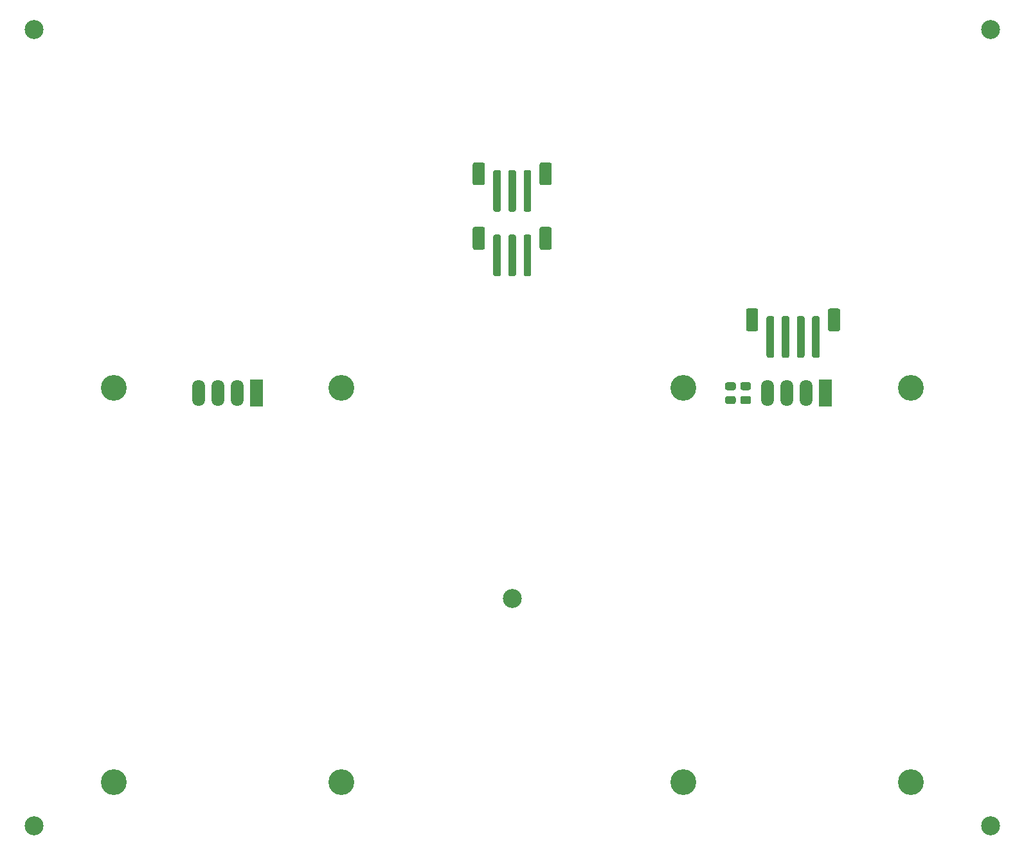
<source format=gbs>
G04 #@! TF.GenerationSoftware,KiCad,Pcbnew,8.0.4+1*
G04 #@! TF.CreationDate,2024-10-09T09:07:17+00:00*
G04 #@! TF.ProjectId,pedalboard-display,70656461-6c62-46f6-9172-642d64697370,0.0.0-RC1*
G04 #@! TF.SameCoordinates,Original*
G04 #@! TF.FileFunction,Soldermask,Bot*
G04 #@! TF.FilePolarity,Negative*
%FSLAX46Y46*%
G04 Gerber Fmt 4.6, Leading zero omitted, Abs format (unit mm)*
G04 Created by KiCad (PCBNEW 8.0.4+1) date 2024-10-09 09:07:17*
%MOMM*%
%LPD*%
G01*
G04 APERTURE LIST*
%ADD10C,2.500000*%
%ADD11C,3.400000*%
%ADD12R,1.700000X3.600000*%
%ADD13O,1.700000X3.500000*%
G04 APERTURE END LIST*
D10*
X170000000Y-133000000D03*
X170000000Y-28000000D03*
D11*
X54500000Y-75200000D03*
X54500000Y-127200000D03*
X84500000Y-75200000D03*
X84500000Y-127200000D03*
D12*
X73288000Y-75872800D03*
D13*
X70748000Y-75872800D03*
X68208000Y-75872800D03*
X65668000Y-75872800D03*
D10*
X44000000Y-133000000D03*
X107000000Y-103000000D03*
X44000000Y-28000000D03*
D11*
X129500000Y-75200000D03*
X129500000Y-127200000D03*
X159500000Y-75200000D03*
X159500000Y-127200000D03*
D12*
X148288000Y-75872800D03*
D13*
X145748000Y-75872800D03*
X143208000Y-75872800D03*
X140668000Y-75872800D03*
G36*
G01*
X136200000Y-77337500D02*
X135300000Y-77337500D01*
G75*
G02*
X135050000Y-77087500I0J250000D01*
G01*
X135050000Y-76562500D01*
G75*
G02*
X135300000Y-76312500I250000J0D01*
G01*
X136200000Y-76312500D01*
G75*
G02*
X136450000Y-76562500I0J-250000D01*
G01*
X136450000Y-77087500D01*
G75*
G02*
X136200000Y-77337500I-250000J0D01*
G01*
G37*
G36*
G01*
X136200000Y-75512500D02*
X135300000Y-75512500D01*
G75*
G02*
X135050000Y-75262500I0J250000D01*
G01*
X135050000Y-74737500D01*
G75*
G02*
X135300000Y-74487500I250000J0D01*
G01*
X136200000Y-74487500D01*
G75*
G02*
X136450000Y-74737500I0J-250000D01*
G01*
X136450000Y-75262500D01*
G75*
G02*
X136200000Y-75512500I-250000J0D01*
G01*
G37*
G36*
G01*
X138200000Y-77337500D02*
X137300000Y-77337500D01*
G75*
G02*
X137050000Y-77087500I0J250000D01*
G01*
X137050000Y-76562500D01*
G75*
G02*
X137300000Y-76312500I250000J0D01*
G01*
X138200000Y-76312500D01*
G75*
G02*
X138450000Y-76562500I0J-250000D01*
G01*
X138450000Y-77087500D01*
G75*
G02*
X138200000Y-77337500I-250000J0D01*
G01*
G37*
G36*
G01*
X138200000Y-75512500D02*
X137300000Y-75512500D01*
G75*
G02*
X137050000Y-75262500I0J250000D01*
G01*
X137050000Y-74737500D01*
G75*
G02*
X137300000Y-74487500I250000J0D01*
G01*
X138200000Y-74487500D01*
G75*
G02*
X138450000Y-74737500I0J-250000D01*
G01*
X138450000Y-75262500D01*
G75*
G02*
X138200000Y-75512500I-250000J0D01*
G01*
G37*
G36*
G01*
X147500000Y-66000000D02*
X147500000Y-71000000D01*
G75*
G02*
X147250000Y-71250000I-250000J0D01*
G01*
X146750000Y-71250000D01*
G75*
G02*
X146500000Y-71000000I0J250000D01*
G01*
X146500000Y-66000000D01*
G75*
G02*
X146750000Y-65750000I250000J0D01*
G01*
X147250000Y-65750000D01*
G75*
G02*
X147500000Y-66000000I0J-250000D01*
G01*
G37*
G36*
G01*
X145500000Y-66000000D02*
X145500000Y-71000000D01*
G75*
G02*
X145250000Y-71250000I-250000J0D01*
G01*
X144750000Y-71250000D01*
G75*
G02*
X144500000Y-71000000I0J250000D01*
G01*
X144500000Y-66000000D01*
G75*
G02*
X144750000Y-65750000I250000J0D01*
G01*
X145250000Y-65750000D01*
G75*
G02*
X145500000Y-66000000I0J-250000D01*
G01*
G37*
G36*
G01*
X143500000Y-66000000D02*
X143500000Y-71000000D01*
G75*
G02*
X143250000Y-71250000I-250000J0D01*
G01*
X142750000Y-71250000D01*
G75*
G02*
X142500000Y-71000000I0J250000D01*
G01*
X142500000Y-66000000D01*
G75*
G02*
X142750000Y-65750000I250000J0D01*
G01*
X143250000Y-65750000D01*
G75*
G02*
X143500000Y-66000000I0J-250000D01*
G01*
G37*
G36*
G01*
X141500000Y-66000000D02*
X141500000Y-71000000D01*
G75*
G02*
X141250000Y-71250000I-250000J0D01*
G01*
X140750000Y-71250000D01*
G75*
G02*
X140500000Y-71000000I0J250000D01*
G01*
X140500000Y-66000000D01*
G75*
G02*
X140750000Y-65750000I250000J0D01*
G01*
X141250000Y-65750000D01*
G75*
G02*
X141500000Y-66000000I0J-250000D01*
G01*
G37*
G36*
G01*
X150200000Y-65000000D02*
X150200000Y-67500000D01*
G75*
G02*
X149950000Y-67750000I-250000J0D01*
G01*
X148850000Y-67750000D01*
G75*
G02*
X148600000Y-67500000I0J250000D01*
G01*
X148600000Y-65000000D01*
G75*
G02*
X148850000Y-64750000I250000J0D01*
G01*
X149950000Y-64750000D01*
G75*
G02*
X150200000Y-65000000I0J-250000D01*
G01*
G37*
G36*
G01*
X139400000Y-65000000D02*
X139400000Y-67500000D01*
G75*
G02*
X139150000Y-67750000I-250000J0D01*
G01*
X138050000Y-67750000D01*
G75*
G02*
X137800000Y-67500000I0J250000D01*
G01*
X137800000Y-65000000D01*
G75*
G02*
X138050000Y-64750000I250000J0D01*
G01*
X139150000Y-64750000D01*
G75*
G02*
X139400000Y-65000000I0J-250000D01*
G01*
G37*
G36*
G01*
X109500000Y-46750000D02*
X109500000Y-51750000D01*
G75*
G02*
X109250000Y-52000000I-250000J0D01*
G01*
X108750000Y-52000000D01*
G75*
G02*
X108500000Y-51750000I0J250000D01*
G01*
X108500000Y-46750000D01*
G75*
G02*
X108750000Y-46500000I250000J0D01*
G01*
X109250000Y-46500000D01*
G75*
G02*
X109500000Y-46750000I0J-250000D01*
G01*
G37*
G36*
G01*
X107500000Y-46750000D02*
X107500000Y-51750000D01*
G75*
G02*
X107250000Y-52000000I-250000J0D01*
G01*
X106750000Y-52000000D01*
G75*
G02*
X106500000Y-51750000I0J250000D01*
G01*
X106500000Y-46750000D01*
G75*
G02*
X106750000Y-46500000I250000J0D01*
G01*
X107250000Y-46500000D01*
G75*
G02*
X107500000Y-46750000I0J-250000D01*
G01*
G37*
G36*
G01*
X105500000Y-46750000D02*
X105500000Y-51750000D01*
G75*
G02*
X105250000Y-52000000I-250000J0D01*
G01*
X104750000Y-52000000D01*
G75*
G02*
X104500000Y-51750000I0J250000D01*
G01*
X104500000Y-46750000D01*
G75*
G02*
X104750000Y-46500000I250000J0D01*
G01*
X105250000Y-46500000D01*
G75*
G02*
X105500000Y-46750000I0J-250000D01*
G01*
G37*
G36*
G01*
X112200000Y-45750000D02*
X112200000Y-48250000D01*
G75*
G02*
X111950000Y-48500000I-250000J0D01*
G01*
X110850000Y-48500000D01*
G75*
G02*
X110600000Y-48250000I0J250000D01*
G01*
X110600000Y-45750000D01*
G75*
G02*
X110850000Y-45500000I250000J0D01*
G01*
X111950000Y-45500000D01*
G75*
G02*
X112200000Y-45750000I0J-250000D01*
G01*
G37*
G36*
G01*
X103400000Y-45750000D02*
X103400000Y-48250000D01*
G75*
G02*
X103150000Y-48500000I-250000J0D01*
G01*
X102050000Y-48500000D01*
G75*
G02*
X101800000Y-48250000I0J250000D01*
G01*
X101800000Y-45750000D01*
G75*
G02*
X102050000Y-45500000I250000J0D01*
G01*
X103150000Y-45500000D01*
G75*
G02*
X103400000Y-45750000I0J-250000D01*
G01*
G37*
G36*
G01*
X109500000Y-55250000D02*
X109500000Y-60250000D01*
G75*
G02*
X109250000Y-60500000I-250000J0D01*
G01*
X108750000Y-60500000D01*
G75*
G02*
X108500000Y-60250000I0J250000D01*
G01*
X108500000Y-55250000D01*
G75*
G02*
X108750000Y-55000000I250000J0D01*
G01*
X109250000Y-55000000D01*
G75*
G02*
X109500000Y-55250000I0J-250000D01*
G01*
G37*
G36*
G01*
X107500000Y-55250000D02*
X107500000Y-60250000D01*
G75*
G02*
X107250000Y-60500000I-250000J0D01*
G01*
X106750000Y-60500000D01*
G75*
G02*
X106500000Y-60250000I0J250000D01*
G01*
X106500000Y-55250000D01*
G75*
G02*
X106750000Y-55000000I250000J0D01*
G01*
X107250000Y-55000000D01*
G75*
G02*
X107500000Y-55250000I0J-250000D01*
G01*
G37*
G36*
G01*
X105500000Y-55250000D02*
X105500000Y-60250000D01*
G75*
G02*
X105250000Y-60500000I-250000J0D01*
G01*
X104750000Y-60500000D01*
G75*
G02*
X104500000Y-60250000I0J250000D01*
G01*
X104500000Y-55250000D01*
G75*
G02*
X104750000Y-55000000I250000J0D01*
G01*
X105250000Y-55000000D01*
G75*
G02*
X105500000Y-55250000I0J-250000D01*
G01*
G37*
G36*
G01*
X112200000Y-54250000D02*
X112200000Y-56750000D01*
G75*
G02*
X111950000Y-57000000I-250000J0D01*
G01*
X110850000Y-57000000D01*
G75*
G02*
X110600000Y-56750000I0J250000D01*
G01*
X110600000Y-54250000D01*
G75*
G02*
X110850000Y-54000000I250000J0D01*
G01*
X111950000Y-54000000D01*
G75*
G02*
X112200000Y-54250000I0J-250000D01*
G01*
G37*
G36*
G01*
X103400000Y-54250000D02*
X103400000Y-56750000D01*
G75*
G02*
X103150000Y-57000000I-250000J0D01*
G01*
X102050000Y-57000000D01*
G75*
G02*
X101800000Y-56750000I0J250000D01*
G01*
X101800000Y-54250000D01*
G75*
G02*
X102050000Y-54000000I250000J0D01*
G01*
X103150000Y-54000000D01*
G75*
G02*
X103400000Y-54250000I0J-250000D01*
G01*
G37*
M02*

</source>
